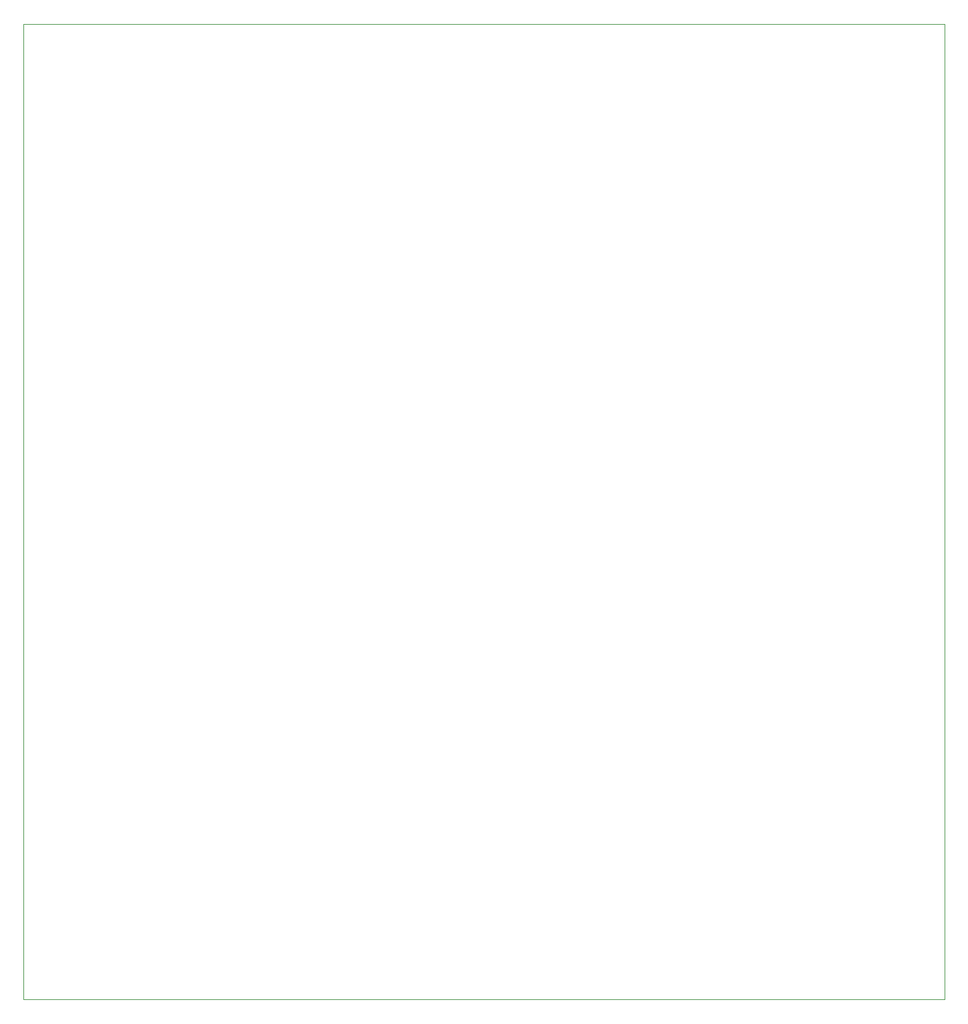
<source format=gbr>
G04 #@! TF.GenerationSoftware,KiCad,Pcbnew,(6.0.5-0)*
G04 #@! TF.CreationDate,2022-08-07T12:30:08-07:00*
G04 #@! TF.ProjectId,ac125a_dtmf,61633132-3561-45f6-9474-6d662e6b6963,rev?*
G04 #@! TF.SameCoordinates,Original*
G04 #@! TF.FileFunction,Profile,NP*
%FSLAX46Y46*%
G04 Gerber Fmt 4.6, Leading zero omitted, Abs format (unit mm)*
G04 Created by KiCad (PCBNEW (6.0.5-0)) date 2022-08-07 12:30:08*
%MOMM*%
%LPD*%
G01*
G04 APERTURE LIST*
G04 #@! TA.AperFunction,Profile*
%ADD10C,0.050000*%
G04 #@! TD*
G04 APERTURE END LIST*
D10*
X33020000Y-153670000D02*
X33020000Y-26670000D01*
X33020000Y-26670000D02*
X153035000Y-26670000D01*
X153035000Y-26670000D02*
X153035000Y-153670000D01*
X153035000Y-153670000D02*
X33020000Y-153670000D01*
M02*

</source>
